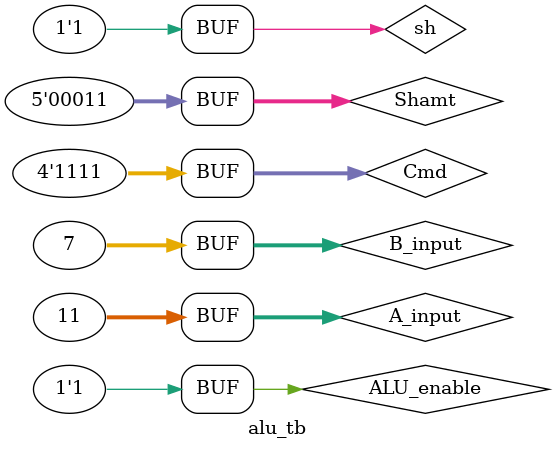
<source format=v>
module alu_tb();

reg [31:0] A_input;
  reg [31:0] B_input;
  reg [3:0] Cmd;
  reg ALU_enable;
  reg sh;
  reg [4:0] Shamt;
  wire [32:0] Results;
  wire [3:0] NZCV;

  CPU_ALU UUT (
    .A_input(A_input),
    .B_input(B_input),
    .Cmd(Cmd),
    .Shamt(Shamt),
    .ALU_enable(ALU_enable),
    .sh(sh),
    .Results(Results),
    .NZCV(NZCV)
  );

  initial begin
    $dumpfile("alu-tb.vcd"); 
    $dumpvars(0, alu_tb);
    ALU_enable = 1;
    A_input = 32'd11;
    B_input = 32'd7;
    Cmd = 4'b0000;
    #10;
    Cmd = 4'b0001;
    #10;
    Cmd = 4'b0010;
    #10;
    Cmd = 4'b0011;
    #10;
    Cmd = 4'b0100;
    #10;
    Cmd = 4'b0101;
    #10;
    Cmd = 4'b0110;
    #10;
    Cmd = 4'b0111;
    #10;
    Cmd = 4'b1000;
    #10;
    Cmd = 4'b1001;
    #10;
    Cmd = 4'b1010;
    #10;
    Cmd = 4'b1011;
    #10;
    Cmd = 4'b1100;
    #10;
    Cmd = 4'b1101;
    #10;
    Cmd = 4'b1110;
    #10;     
    sh = 1;
    Shamt = 3;
    Cmd = 4'b1111;
    #10;     
  end
endmodule
</source>
